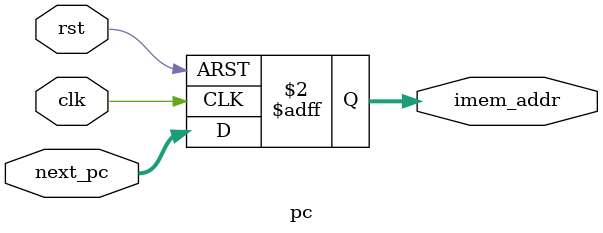
<source format=v>
`timescale 1ns / 1ps


module pc(
    input clk, rst,
    input [31:0] next_pc,
    output reg [31:0] imem_addr
);

always @(posedge clk or posedge rst) begin
    if (rst) imem_addr <= 0; 
    else imem_addr <= next_pc;
end

endmodule

</source>
